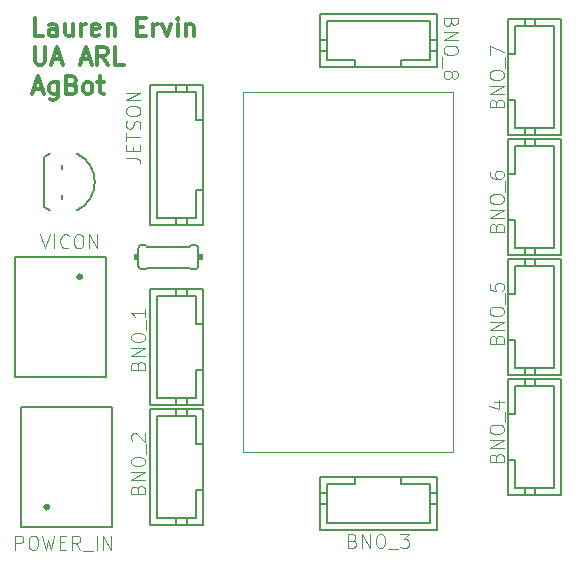
<source format=gbr>
%TF.GenerationSoftware,KiCad,Pcbnew,8.0.7*%
%TF.CreationDate,2025-04-10T14:03:16-05:00*%
%TF.ProjectId,AgBot_V2,4167426f-745f-4563-922e-6b696361645f,rev?*%
%TF.SameCoordinates,Original*%
%TF.FileFunction,Legend,Top*%
%TF.FilePolarity,Positive*%
%FSLAX46Y46*%
G04 Gerber Fmt 4.6, Leading zero omitted, Abs format (unit mm)*
G04 Created by KiCad (PCBNEW 8.0.7) date 2025-04-10 14:03:16*
%MOMM*%
%LPD*%
G01*
G04 APERTURE LIST*
%ADD10C,0.300000*%
%ADD11C,0.093472*%
%ADD12C,0.100000*%
%ADD13C,0.000000*%
%ADD14C,0.152400*%
%ADD15C,0.127000*%
%ADD16C,0.400000*%
%ADD17C,0.200000*%
G04 APERTURE END LIST*
D10*
X126983082Y-88872257D02*
X127697368Y-88872257D01*
X126840225Y-89300828D02*
X127340225Y-87800828D01*
X127340225Y-87800828D02*
X127840225Y-89300828D01*
X128983082Y-88300828D02*
X128983082Y-89515114D01*
X128983082Y-89515114D02*
X128911653Y-89657971D01*
X128911653Y-89657971D02*
X128840224Y-89729400D01*
X128840224Y-89729400D02*
X128697367Y-89800828D01*
X128697367Y-89800828D02*
X128483082Y-89800828D01*
X128483082Y-89800828D02*
X128340224Y-89729400D01*
X128983082Y-89229400D02*
X128840224Y-89300828D01*
X128840224Y-89300828D02*
X128554510Y-89300828D01*
X128554510Y-89300828D02*
X128411653Y-89229400D01*
X128411653Y-89229400D02*
X128340224Y-89157971D01*
X128340224Y-89157971D02*
X128268796Y-89015114D01*
X128268796Y-89015114D02*
X128268796Y-88586542D01*
X128268796Y-88586542D02*
X128340224Y-88443685D01*
X128340224Y-88443685D02*
X128411653Y-88372257D01*
X128411653Y-88372257D02*
X128554510Y-88300828D01*
X128554510Y-88300828D02*
X128840224Y-88300828D01*
X128840224Y-88300828D02*
X128983082Y-88372257D01*
X130197367Y-88515114D02*
X130411653Y-88586542D01*
X130411653Y-88586542D02*
X130483082Y-88657971D01*
X130483082Y-88657971D02*
X130554510Y-88800828D01*
X130554510Y-88800828D02*
X130554510Y-89015114D01*
X130554510Y-89015114D02*
X130483082Y-89157971D01*
X130483082Y-89157971D02*
X130411653Y-89229400D01*
X130411653Y-89229400D02*
X130268796Y-89300828D01*
X130268796Y-89300828D02*
X129697367Y-89300828D01*
X129697367Y-89300828D02*
X129697367Y-87800828D01*
X129697367Y-87800828D02*
X130197367Y-87800828D01*
X130197367Y-87800828D02*
X130340225Y-87872257D01*
X130340225Y-87872257D02*
X130411653Y-87943685D01*
X130411653Y-87943685D02*
X130483082Y-88086542D01*
X130483082Y-88086542D02*
X130483082Y-88229400D01*
X130483082Y-88229400D02*
X130411653Y-88372257D01*
X130411653Y-88372257D02*
X130340225Y-88443685D01*
X130340225Y-88443685D02*
X130197367Y-88515114D01*
X130197367Y-88515114D02*
X129697367Y-88515114D01*
X131411653Y-89300828D02*
X131268796Y-89229400D01*
X131268796Y-89229400D02*
X131197367Y-89157971D01*
X131197367Y-89157971D02*
X131125939Y-89015114D01*
X131125939Y-89015114D02*
X131125939Y-88586542D01*
X131125939Y-88586542D02*
X131197367Y-88443685D01*
X131197367Y-88443685D02*
X131268796Y-88372257D01*
X131268796Y-88372257D02*
X131411653Y-88300828D01*
X131411653Y-88300828D02*
X131625939Y-88300828D01*
X131625939Y-88300828D02*
X131768796Y-88372257D01*
X131768796Y-88372257D02*
X131840225Y-88443685D01*
X131840225Y-88443685D02*
X131911653Y-88586542D01*
X131911653Y-88586542D02*
X131911653Y-89015114D01*
X131911653Y-89015114D02*
X131840225Y-89157971D01*
X131840225Y-89157971D02*
X131768796Y-89229400D01*
X131768796Y-89229400D02*
X131625939Y-89300828D01*
X131625939Y-89300828D02*
X131411653Y-89300828D01*
X132340225Y-88300828D02*
X132911653Y-88300828D01*
X132554510Y-87800828D02*
X132554510Y-89086542D01*
X132554510Y-89086542D02*
X132625939Y-89229400D01*
X132625939Y-89229400D02*
X132768796Y-89300828D01*
X132768796Y-89300828D02*
X132911653Y-89300828D01*
X127768796Y-84385912D02*
X127054510Y-84385912D01*
X127054510Y-84385912D02*
X127054510Y-82885912D01*
X128911654Y-84385912D02*
X128911654Y-83600198D01*
X128911654Y-83600198D02*
X128840225Y-83457341D01*
X128840225Y-83457341D02*
X128697368Y-83385912D01*
X128697368Y-83385912D02*
X128411654Y-83385912D01*
X128411654Y-83385912D02*
X128268796Y-83457341D01*
X128911654Y-84314484D02*
X128768796Y-84385912D01*
X128768796Y-84385912D02*
X128411654Y-84385912D01*
X128411654Y-84385912D02*
X128268796Y-84314484D01*
X128268796Y-84314484D02*
X128197368Y-84171626D01*
X128197368Y-84171626D02*
X128197368Y-84028769D01*
X128197368Y-84028769D02*
X128268796Y-83885912D01*
X128268796Y-83885912D02*
X128411654Y-83814484D01*
X128411654Y-83814484D02*
X128768796Y-83814484D01*
X128768796Y-83814484D02*
X128911654Y-83743055D01*
X130268797Y-83385912D02*
X130268797Y-84385912D01*
X129625939Y-83385912D02*
X129625939Y-84171626D01*
X129625939Y-84171626D02*
X129697368Y-84314484D01*
X129697368Y-84314484D02*
X129840225Y-84385912D01*
X129840225Y-84385912D02*
X130054511Y-84385912D01*
X130054511Y-84385912D02*
X130197368Y-84314484D01*
X130197368Y-84314484D02*
X130268797Y-84243055D01*
X130983082Y-84385912D02*
X130983082Y-83385912D01*
X130983082Y-83671626D02*
X131054511Y-83528769D01*
X131054511Y-83528769D02*
X131125940Y-83457341D01*
X131125940Y-83457341D02*
X131268797Y-83385912D01*
X131268797Y-83385912D02*
X131411654Y-83385912D01*
X132483082Y-84314484D02*
X132340225Y-84385912D01*
X132340225Y-84385912D02*
X132054511Y-84385912D01*
X132054511Y-84385912D02*
X131911653Y-84314484D01*
X131911653Y-84314484D02*
X131840225Y-84171626D01*
X131840225Y-84171626D02*
X131840225Y-83600198D01*
X131840225Y-83600198D02*
X131911653Y-83457341D01*
X131911653Y-83457341D02*
X132054511Y-83385912D01*
X132054511Y-83385912D02*
X132340225Y-83385912D01*
X132340225Y-83385912D02*
X132483082Y-83457341D01*
X132483082Y-83457341D02*
X132554511Y-83600198D01*
X132554511Y-83600198D02*
X132554511Y-83743055D01*
X132554511Y-83743055D02*
X131840225Y-83885912D01*
X133197367Y-83385912D02*
X133197367Y-84385912D01*
X133197367Y-83528769D02*
X133268796Y-83457341D01*
X133268796Y-83457341D02*
X133411653Y-83385912D01*
X133411653Y-83385912D02*
X133625939Y-83385912D01*
X133625939Y-83385912D02*
X133768796Y-83457341D01*
X133768796Y-83457341D02*
X133840225Y-83600198D01*
X133840225Y-83600198D02*
X133840225Y-84385912D01*
X135697367Y-83600198D02*
X136197367Y-83600198D01*
X136411653Y-84385912D02*
X135697367Y-84385912D01*
X135697367Y-84385912D02*
X135697367Y-82885912D01*
X135697367Y-82885912D02*
X136411653Y-82885912D01*
X137054510Y-84385912D02*
X137054510Y-83385912D01*
X137054510Y-83671626D02*
X137125939Y-83528769D01*
X137125939Y-83528769D02*
X137197368Y-83457341D01*
X137197368Y-83457341D02*
X137340225Y-83385912D01*
X137340225Y-83385912D02*
X137483082Y-83385912D01*
X137840224Y-83385912D02*
X138197367Y-84385912D01*
X138197367Y-84385912D02*
X138554510Y-83385912D01*
X139125938Y-84385912D02*
X139125938Y-83385912D01*
X139125938Y-82885912D02*
X139054510Y-82957341D01*
X139054510Y-82957341D02*
X139125938Y-83028769D01*
X139125938Y-83028769D02*
X139197367Y-82957341D01*
X139197367Y-82957341D02*
X139125938Y-82885912D01*
X139125938Y-82885912D02*
X139125938Y-83028769D01*
X139840224Y-83385912D02*
X139840224Y-84385912D01*
X139840224Y-83528769D02*
X139911653Y-83457341D01*
X139911653Y-83457341D02*
X140054510Y-83385912D01*
X140054510Y-83385912D02*
X140268796Y-83385912D01*
X140268796Y-83385912D02*
X140411653Y-83457341D01*
X140411653Y-83457341D02*
X140483082Y-83600198D01*
X140483082Y-83600198D02*
X140483082Y-84385912D01*
X127054510Y-85300828D02*
X127054510Y-86515114D01*
X127054510Y-86515114D02*
X127125939Y-86657971D01*
X127125939Y-86657971D02*
X127197368Y-86729400D01*
X127197368Y-86729400D02*
X127340225Y-86800828D01*
X127340225Y-86800828D02*
X127625939Y-86800828D01*
X127625939Y-86800828D02*
X127768796Y-86729400D01*
X127768796Y-86729400D02*
X127840225Y-86657971D01*
X127840225Y-86657971D02*
X127911653Y-86515114D01*
X127911653Y-86515114D02*
X127911653Y-85300828D01*
X128554511Y-86372257D02*
X129268797Y-86372257D01*
X128411654Y-86800828D02*
X128911654Y-85300828D01*
X128911654Y-85300828D02*
X129411654Y-86800828D01*
X130983082Y-86372257D02*
X131697368Y-86372257D01*
X130840225Y-86800828D02*
X131340225Y-85300828D01*
X131340225Y-85300828D02*
X131840225Y-86800828D01*
X133197367Y-86800828D02*
X132697367Y-86086542D01*
X132340224Y-86800828D02*
X132340224Y-85300828D01*
X132340224Y-85300828D02*
X132911653Y-85300828D01*
X132911653Y-85300828D02*
X133054510Y-85372257D01*
X133054510Y-85372257D02*
X133125939Y-85443685D01*
X133125939Y-85443685D02*
X133197367Y-85586542D01*
X133197367Y-85586542D02*
X133197367Y-85800828D01*
X133197367Y-85800828D02*
X133125939Y-85943685D01*
X133125939Y-85943685D02*
X133054510Y-86015114D01*
X133054510Y-86015114D02*
X132911653Y-86086542D01*
X132911653Y-86086542D02*
X132340224Y-86086542D01*
X134554510Y-86800828D02*
X133840224Y-86800828D01*
X133840224Y-86800828D02*
X133840224Y-85300828D01*
D11*
X135734878Y-112266204D02*
X135790903Y-112098128D01*
X135790903Y-112098128D02*
X135846928Y-112042103D01*
X135846928Y-112042103D02*
X135958979Y-111986078D01*
X135958979Y-111986078D02*
X136127054Y-111986078D01*
X136127054Y-111986078D02*
X136239104Y-112042103D01*
X136239104Y-112042103D02*
X136295130Y-112098128D01*
X136295130Y-112098128D02*
X136351155Y-112210179D01*
X136351155Y-112210179D02*
X136351155Y-112658380D01*
X136351155Y-112658380D02*
X135174627Y-112658380D01*
X135174627Y-112658380D02*
X135174627Y-112266204D01*
X135174627Y-112266204D02*
X135230652Y-112154154D01*
X135230652Y-112154154D02*
X135286677Y-112098128D01*
X135286677Y-112098128D02*
X135398727Y-112042103D01*
X135398727Y-112042103D02*
X135510778Y-112042103D01*
X135510778Y-112042103D02*
X135622828Y-112098128D01*
X135622828Y-112098128D02*
X135678853Y-112154154D01*
X135678853Y-112154154D02*
X135734878Y-112266204D01*
X135734878Y-112266204D02*
X135734878Y-112658380D01*
X136351155Y-111481852D02*
X135174627Y-111481852D01*
X135174627Y-111481852D02*
X136351155Y-110809550D01*
X136351155Y-110809550D02*
X135174627Y-110809550D01*
X135174627Y-110025198D02*
X135174627Y-109801098D01*
X135174627Y-109801098D02*
X135230652Y-109689047D01*
X135230652Y-109689047D02*
X135342702Y-109576997D01*
X135342702Y-109576997D02*
X135566803Y-109520972D01*
X135566803Y-109520972D02*
X135958979Y-109520972D01*
X135958979Y-109520972D02*
X136183079Y-109576997D01*
X136183079Y-109576997D02*
X136295130Y-109689047D01*
X136295130Y-109689047D02*
X136351155Y-109801098D01*
X136351155Y-109801098D02*
X136351155Y-110025198D01*
X136351155Y-110025198D02*
X136295130Y-110137249D01*
X136295130Y-110137249D02*
X136183079Y-110249299D01*
X136183079Y-110249299D02*
X135958979Y-110305324D01*
X135958979Y-110305324D02*
X135566803Y-110305324D01*
X135566803Y-110305324D02*
X135342702Y-110249299D01*
X135342702Y-110249299D02*
X135230652Y-110137249D01*
X135230652Y-110137249D02*
X135174627Y-110025198D01*
X136463205Y-109296872D02*
X136463205Y-108400469D01*
X136351155Y-107504067D02*
X136351155Y-108176369D01*
X136351155Y-107840218D02*
X135174627Y-107840218D01*
X135174627Y-107840218D02*
X135342702Y-107952268D01*
X135342702Y-107952268D02*
X135454752Y-108064319D01*
X135454752Y-108064319D02*
X135510778Y-108176369D01*
X135734878Y-122766204D02*
X135790903Y-122598128D01*
X135790903Y-122598128D02*
X135846928Y-122542103D01*
X135846928Y-122542103D02*
X135958979Y-122486078D01*
X135958979Y-122486078D02*
X136127054Y-122486078D01*
X136127054Y-122486078D02*
X136239104Y-122542103D01*
X136239104Y-122542103D02*
X136295130Y-122598128D01*
X136295130Y-122598128D02*
X136351155Y-122710179D01*
X136351155Y-122710179D02*
X136351155Y-123158380D01*
X136351155Y-123158380D02*
X135174627Y-123158380D01*
X135174627Y-123158380D02*
X135174627Y-122766204D01*
X135174627Y-122766204D02*
X135230652Y-122654154D01*
X135230652Y-122654154D02*
X135286677Y-122598128D01*
X135286677Y-122598128D02*
X135398727Y-122542103D01*
X135398727Y-122542103D02*
X135510778Y-122542103D01*
X135510778Y-122542103D02*
X135622828Y-122598128D01*
X135622828Y-122598128D02*
X135678853Y-122654154D01*
X135678853Y-122654154D02*
X135734878Y-122766204D01*
X135734878Y-122766204D02*
X135734878Y-123158380D01*
X136351155Y-121981852D02*
X135174627Y-121981852D01*
X135174627Y-121981852D02*
X136351155Y-121309550D01*
X136351155Y-121309550D02*
X135174627Y-121309550D01*
X135174627Y-120525198D02*
X135174627Y-120301098D01*
X135174627Y-120301098D02*
X135230652Y-120189047D01*
X135230652Y-120189047D02*
X135342702Y-120076997D01*
X135342702Y-120076997D02*
X135566803Y-120020972D01*
X135566803Y-120020972D02*
X135958979Y-120020972D01*
X135958979Y-120020972D02*
X136183079Y-120076997D01*
X136183079Y-120076997D02*
X136295130Y-120189047D01*
X136295130Y-120189047D02*
X136351155Y-120301098D01*
X136351155Y-120301098D02*
X136351155Y-120525198D01*
X136351155Y-120525198D02*
X136295130Y-120637249D01*
X136295130Y-120637249D02*
X136183079Y-120749299D01*
X136183079Y-120749299D02*
X135958979Y-120805324D01*
X135958979Y-120805324D02*
X135566803Y-120805324D01*
X135566803Y-120805324D02*
X135342702Y-120749299D01*
X135342702Y-120749299D02*
X135230652Y-120637249D01*
X135230652Y-120637249D02*
X135174627Y-120525198D01*
X136463205Y-119796872D02*
X136463205Y-118900469D01*
X135286677Y-118676369D02*
X135230652Y-118620344D01*
X135230652Y-118620344D02*
X135174627Y-118508294D01*
X135174627Y-118508294D02*
X135174627Y-118228168D01*
X135174627Y-118228168D02*
X135230652Y-118116118D01*
X135230652Y-118116118D02*
X135286677Y-118060092D01*
X135286677Y-118060092D02*
X135398727Y-118004067D01*
X135398727Y-118004067D02*
X135510778Y-118004067D01*
X135510778Y-118004067D02*
X135678853Y-118060092D01*
X135678853Y-118060092D02*
X136351155Y-118732394D01*
X136351155Y-118732394D02*
X136351155Y-118004067D01*
X153952268Y-127111415D02*
X154120344Y-127167440D01*
X154120344Y-127167440D02*
X154176369Y-127223465D01*
X154176369Y-127223465D02*
X154232394Y-127335516D01*
X154232394Y-127335516D02*
X154232394Y-127503591D01*
X154232394Y-127503591D02*
X154176369Y-127615641D01*
X154176369Y-127615641D02*
X154120344Y-127671667D01*
X154120344Y-127671667D02*
X154008293Y-127727692D01*
X154008293Y-127727692D02*
X153560092Y-127727692D01*
X153560092Y-127727692D02*
X153560092Y-126551164D01*
X153560092Y-126551164D02*
X153952268Y-126551164D01*
X153952268Y-126551164D02*
X154064319Y-126607189D01*
X154064319Y-126607189D02*
X154120344Y-126663214D01*
X154120344Y-126663214D02*
X154176369Y-126775264D01*
X154176369Y-126775264D02*
X154176369Y-126887315D01*
X154176369Y-126887315D02*
X154120344Y-126999365D01*
X154120344Y-126999365D02*
X154064319Y-127055390D01*
X154064319Y-127055390D02*
X153952268Y-127111415D01*
X153952268Y-127111415D02*
X153560092Y-127111415D01*
X154736620Y-127727692D02*
X154736620Y-126551164D01*
X154736620Y-126551164D02*
X155408922Y-127727692D01*
X155408922Y-127727692D02*
X155408922Y-126551164D01*
X156193274Y-126551164D02*
X156417374Y-126551164D01*
X156417374Y-126551164D02*
X156529425Y-126607189D01*
X156529425Y-126607189D02*
X156641475Y-126719239D01*
X156641475Y-126719239D02*
X156697500Y-126943340D01*
X156697500Y-126943340D02*
X156697500Y-127335516D01*
X156697500Y-127335516D02*
X156641475Y-127559616D01*
X156641475Y-127559616D02*
X156529425Y-127671667D01*
X156529425Y-127671667D02*
X156417374Y-127727692D01*
X156417374Y-127727692D02*
X156193274Y-127727692D01*
X156193274Y-127727692D02*
X156081224Y-127671667D01*
X156081224Y-127671667D02*
X155969173Y-127559616D01*
X155969173Y-127559616D02*
X155913148Y-127335516D01*
X155913148Y-127335516D02*
X155913148Y-126943340D01*
X155913148Y-126943340D02*
X155969173Y-126719239D01*
X155969173Y-126719239D02*
X156081224Y-126607189D01*
X156081224Y-126607189D02*
X156193274Y-126551164D01*
X156921601Y-127839742D02*
X157818003Y-127839742D01*
X157986078Y-126551164D02*
X158714405Y-126551164D01*
X158714405Y-126551164D02*
X158322229Y-126999365D01*
X158322229Y-126999365D02*
X158490304Y-126999365D01*
X158490304Y-126999365D02*
X158602355Y-127055390D01*
X158602355Y-127055390D02*
X158658380Y-127111415D01*
X158658380Y-127111415D02*
X158714405Y-127223465D01*
X158714405Y-127223465D02*
X158714405Y-127503591D01*
X158714405Y-127503591D02*
X158658380Y-127615641D01*
X158658380Y-127615641D02*
X158602355Y-127671667D01*
X158602355Y-127671667D02*
X158490304Y-127727692D01*
X158490304Y-127727692D02*
X158154153Y-127727692D01*
X158154153Y-127727692D02*
X158042103Y-127671667D01*
X158042103Y-127671667D02*
X157986078Y-127615641D01*
X166111415Y-120047731D02*
X166167440Y-119879655D01*
X166167440Y-119879655D02*
X166223465Y-119823630D01*
X166223465Y-119823630D02*
X166335516Y-119767605D01*
X166335516Y-119767605D02*
X166503591Y-119767605D01*
X166503591Y-119767605D02*
X166615641Y-119823630D01*
X166615641Y-119823630D02*
X166671667Y-119879655D01*
X166671667Y-119879655D02*
X166727692Y-119991706D01*
X166727692Y-119991706D02*
X166727692Y-120439907D01*
X166727692Y-120439907D02*
X165551164Y-120439907D01*
X165551164Y-120439907D02*
X165551164Y-120047731D01*
X165551164Y-120047731D02*
X165607189Y-119935681D01*
X165607189Y-119935681D02*
X165663214Y-119879655D01*
X165663214Y-119879655D02*
X165775264Y-119823630D01*
X165775264Y-119823630D02*
X165887315Y-119823630D01*
X165887315Y-119823630D02*
X165999365Y-119879655D01*
X165999365Y-119879655D02*
X166055390Y-119935681D01*
X166055390Y-119935681D02*
X166111415Y-120047731D01*
X166111415Y-120047731D02*
X166111415Y-120439907D01*
X166727692Y-119263379D02*
X165551164Y-119263379D01*
X165551164Y-119263379D02*
X166727692Y-118591077D01*
X166727692Y-118591077D02*
X165551164Y-118591077D01*
X165551164Y-117806725D02*
X165551164Y-117582625D01*
X165551164Y-117582625D02*
X165607189Y-117470574D01*
X165607189Y-117470574D02*
X165719239Y-117358524D01*
X165719239Y-117358524D02*
X165943340Y-117302499D01*
X165943340Y-117302499D02*
X166335516Y-117302499D01*
X166335516Y-117302499D02*
X166559616Y-117358524D01*
X166559616Y-117358524D02*
X166671667Y-117470574D01*
X166671667Y-117470574D02*
X166727692Y-117582625D01*
X166727692Y-117582625D02*
X166727692Y-117806725D01*
X166727692Y-117806725D02*
X166671667Y-117918776D01*
X166671667Y-117918776D02*
X166559616Y-118030826D01*
X166559616Y-118030826D02*
X166335516Y-118086851D01*
X166335516Y-118086851D02*
X165943340Y-118086851D01*
X165943340Y-118086851D02*
X165719239Y-118030826D01*
X165719239Y-118030826D02*
X165607189Y-117918776D01*
X165607189Y-117918776D02*
X165551164Y-117806725D01*
X166839742Y-117078399D02*
X166839742Y-116181996D01*
X165943340Y-115397645D02*
X166727692Y-115397645D01*
X165495139Y-115677770D02*
X166335516Y-115957896D01*
X166335516Y-115957896D02*
X166335516Y-115229569D01*
X166111415Y-110047731D02*
X166167440Y-109879655D01*
X166167440Y-109879655D02*
X166223465Y-109823630D01*
X166223465Y-109823630D02*
X166335516Y-109767605D01*
X166335516Y-109767605D02*
X166503591Y-109767605D01*
X166503591Y-109767605D02*
X166615641Y-109823630D01*
X166615641Y-109823630D02*
X166671667Y-109879655D01*
X166671667Y-109879655D02*
X166727692Y-109991706D01*
X166727692Y-109991706D02*
X166727692Y-110439907D01*
X166727692Y-110439907D02*
X165551164Y-110439907D01*
X165551164Y-110439907D02*
X165551164Y-110047731D01*
X165551164Y-110047731D02*
X165607189Y-109935681D01*
X165607189Y-109935681D02*
X165663214Y-109879655D01*
X165663214Y-109879655D02*
X165775264Y-109823630D01*
X165775264Y-109823630D02*
X165887315Y-109823630D01*
X165887315Y-109823630D02*
X165999365Y-109879655D01*
X165999365Y-109879655D02*
X166055390Y-109935681D01*
X166055390Y-109935681D02*
X166111415Y-110047731D01*
X166111415Y-110047731D02*
X166111415Y-110439907D01*
X166727692Y-109263379D02*
X165551164Y-109263379D01*
X165551164Y-109263379D02*
X166727692Y-108591077D01*
X166727692Y-108591077D02*
X165551164Y-108591077D01*
X165551164Y-107806725D02*
X165551164Y-107582625D01*
X165551164Y-107582625D02*
X165607189Y-107470574D01*
X165607189Y-107470574D02*
X165719239Y-107358524D01*
X165719239Y-107358524D02*
X165943340Y-107302499D01*
X165943340Y-107302499D02*
X166335516Y-107302499D01*
X166335516Y-107302499D02*
X166559616Y-107358524D01*
X166559616Y-107358524D02*
X166671667Y-107470574D01*
X166671667Y-107470574D02*
X166727692Y-107582625D01*
X166727692Y-107582625D02*
X166727692Y-107806725D01*
X166727692Y-107806725D02*
X166671667Y-107918776D01*
X166671667Y-107918776D02*
X166559616Y-108030826D01*
X166559616Y-108030826D02*
X166335516Y-108086851D01*
X166335516Y-108086851D02*
X165943340Y-108086851D01*
X165943340Y-108086851D02*
X165719239Y-108030826D01*
X165719239Y-108030826D02*
X165607189Y-107918776D01*
X165607189Y-107918776D02*
X165551164Y-107806725D01*
X166839742Y-107078399D02*
X166839742Y-106181996D01*
X165551164Y-105341619D02*
X165551164Y-105901871D01*
X165551164Y-105901871D02*
X166111415Y-105957896D01*
X166111415Y-105957896D02*
X166055390Y-105901871D01*
X166055390Y-105901871D02*
X165999365Y-105789821D01*
X165999365Y-105789821D02*
X165999365Y-105509695D01*
X165999365Y-105509695D02*
X166055390Y-105397645D01*
X166055390Y-105397645D02*
X166111415Y-105341619D01*
X166111415Y-105341619D02*
X166223465Y-105285594D01*
X166223465Y-105285594D02*
X166503591Y-105285594D01*
X166503591Y-105285594D02*
X166615641Y-105341619D01*
X166615641Y-105341619D02*
X166671667Y-105397645D01*
X166671667Y-105397645D02*
X166727692Y-105509695D01*
X166727692Y-105509695D02*
X166727692Y-105789821D01*
X166727692Y-105789821D02*
X166671667Y-105901871D01*
X166671667Y-105901871D02*
X166615641Y-105957896D01*
X166111415Y-100547731D02*
X166167440Y-100379655D01*
X166167440Y-100379655D02*
X166223465Y-100323630D01*
X166223465Y-100323630D02*
X166335516Y-100267605D01*
X166335516Y-100267605D02*
X166503591Y-100267605D01*
X166503591Y-100267605D02*
X166615641Y-100323630D01*
X166615641Y-100323630D02*
X166671667Y-100379655D01*
X166671667Y-100379655D02*
X166727692Y-100491706D01*
X166727692Y-100491706D02*
X166727692Y-100939907D01*
X166727692Y-100939907D02*
X165551164Y-100939907D01*
X165551164Y-100939907D02*
X165551164Y-100547731D01*
X165551164Y-100547731D02*
X165607189Y-100435681D01*
X165607189Y-100435681D02*
X165663214Y-100379655D01*
X165663214Y-100379655D02*
X165775264Y-100323630D01*
X165775264Y-100323630D02*
X165887315Y-100323630D01*
X165887315Y-100323630D02*
X165999365Y-100379655D01*
X165999365Y-100379655D02*
X166055390Y-100435681D01*
X166055390Y-100435681D02*
X166111415Y-100547731D01*
X166111415Y-100547731D02*
X166111415Y-100939907D01*
X166727692Y-99763379D02*
X165551164Y-99763379D01*
X165551164Y-99763379D02*
X166727692Y-99091077D01*
X166727692Y-99091077D02*
X165551164Y-99091077D01*
X165551164Y-98306725D02*
X165551164Y-98082625D01*
X165551164Y-98082625D02*
X165607189Y-97970574D01*
X165607189Y-97970574D02*
X165719239Y-97858524D01*
X165719239Y-97858524D02*
X165943340Y-97802499D01*
X165943340Y-97802499D02*
X166335516Y-97802499D01*
X166335516Y-97802499D02*
X166559616Y-97858524D01*
X166559616Y-97858524D02*
X166671667Y-97970574D01*
X166671667Y-97970574D02*
X166727692Y-98082625D01*
X166727692Y-98082625D02*
X166727692Y-98306725D01*
X166727692Y-98306725D02*
X166671667Y-98418776D01*
X166671667Y-98418776D02*
X166559616Y-98530826D01*
X166559616Y-98530826D02*
X166335516Y-98586851D01*
X166335516Y-98586851D02*
X165943340Y-98586851D01*
X165943340Y-98586851D02*
X165719239Y-98530826D01*
X165719239Y-98530826D02*
X165607189Y-98418776D01*
X165607189Y-98418776D02*
X165551164Y-98306725D01*
X166839742Y-97578399D02*
X166839742Y-96681996D01*
X165551164Y-95897645D02*
X165551164Y-96121745D01*
X165551164Y-96121745D02*
X165607189Y-96233795D01*
X165607189Y-96233795D02*
X165663214Y-96289821D01*
X165663214Y-96289821D02*
X165831289Y-96401871D01*
X165831289Y-96401871D02*
X166055390Y-96457896D01*
X166055390Y-96457896D02*
X166503591Y-96457896D01*
X166503591Y-96457896D02*
X166615641Y-96401871D01*
X166615641Y-96401871D02*
X166671667Y-96345846D01*
X166671667Y-96345846D02*
X166727692Y-96233795D01*
X166727692Y-96233795D02*
X166727692Y-96009695D01*
X166727692Y-96009695D02*
X166671667Y-95897645D01*
X166671667Y-95897645D02*
X166615641Y-95841619D01*
X166615641Y-95841619D02*
X166503591Y-95785594D01*
X166503591Y-95785594D02*
X166223465Y-95785594D01*
X166223465Y-95785594D02*
X166111415Y-95841619D01*
X166111415Y-95841619D02*
X166055390Y-95897645D01*
X166055390Y-95897645D02*
X165999365Y-96009695D01*
X165999365Y-96009695D02*
X165999365Y-96233795D01*
X165999365Y-96233795D02*
X166055390Y-96345846D01*
X166055390Y-96345846D02*
X166111415Y-96401871D01*
X166111415Y-96401871D02*
X166223465Y-96457896D01*
X166111415Y-90047731D02*
X166167440Y-89879655D01*
X166167440Y-89879655D02*
X166223465Y-89823630D01*
X166223465Y-89823630D02*
X166335516Y-89767605D01*
X166335516Y-89767605D02*
X166503591Y-89767605D01*
X166503591Y-89767605D02*
X166615641Y-89823630D01*
X166615641Y-89823630D02*
X166671667Y-89879655D01*
X166671667Y-89879655D02*
X166727692Y-89991706D01*
X166727692Y-89991706D02*
X166727692Y-90439907D01*
X166727692Y-90439907D02*
X165551164Y-90439907D01*
X165551164Y-90439907D02*
X165551164Y-90047731D01*
X165551164Y-90047731D02*
X165607189Y-89935681D01*
X165607189Y-89935681D02*
X165663214Y-89879655D01*
X165663214Y-89879655D02*
X165775264Y-89823630D01*
X165775264Y-89823630D02*
X165887315Y-89823630D01*
X165887315Y-89823630D02*
X165999365Y-89879655D01*
X165999365Y-89879655D02*
X166055390Y-89935681D01*
X166055390Y-89935681D02*
X166111415Y-90047731D01*
X166111415Y-90047731D02*
X166111415Y-90439907D01*
X166727692Y-89263379D02*
X165551164Y-89263379D01*
X165551164Y-89263379D02*
X166727692Y-88591077D01*
X166727692Y-88591077D02*
X165551164Y-88591077D01*
X165551164Y-87806725D02*
X165551164Y-87582625D01*
X165551164Y-87582625D02*
X165607189Y-87470574D01*
X165607189Y-87470574D02*
X165719239Y-87358524D01*
X165719239Y-87358524D02*
X165943340Y-87302499D01*
X165943340Y-87302499D02*
X166335516Y-87302499D01*
X166335516Y-87302499D02*
X166559616Y-87358524D01*
X166559616Y-87358524D02*
X166671667Y-87470574D01*
X166671667Y-87470574D02*
X166727692Y-87582625D01*
X166727692Y-87582625D02*
X166727692Y-87806725D01*
X166727692Y-87806725D02*
X166671667Y-87918776D01*
X166671667Y-87918776D02*
X166559616Y-88030826D01*
X166559616Y-88030826D02*
X166335516Y-88086851D01*
X166335516Y-88086851D02*
X165943340Y-88086851D01*
X165943340Y-88086851D02*
X165719239Y-88030826D01*
X165719239Y-88030826D02*
X165607189Y-87918776D01*
X165607189Y-87918776D02*
X165551164Y-87806725D01*
X166839742Y-87078399D02*
X166839742Y-86181996D01*
X165551164Y-86013921D02*
X165551164Y-85229569D01*
X165551164Y-85229569D02*
X166727692Y-85733795D01*
X162265121Y-83233795D02*
X162209096Y-83401871D01*
X162209096Y-83401871D02*
X162153071Y-83457896D01*
X162153071Y-83457896D02*
X162041020Y-83513921D01*
X162041020Y-83513921D02*
X161872945Y-83513921D01*
X161872945Y-83513921D02*
X161760895Y-83457896D01*
X161760895Y-83457896D02*
X161704870Y-83401871D01*
X161704870Y-83401871D02*
X161648844Y-83289820D01*
X161648844Y-83289820D02*
X161648844Y-82841619D01*
X161648844Y-82841619D02*
X162825372Y-82841619D01*
X162825372Y-82841619D02*
X162825372Y-83233795D01*
X162825372Y-83233795D02*
X162769347Y-83345846D01*
X162769347Y-83345846D02*
X162713322Y-83401871D01*
X162713322Y-83401871D02*
X162601272Y-83457896D01*
X162601272Y-83457896D02*
X162489222Y-83457896D01*
X162489222Y-83457896D02*
X162377171Y-83401871D01*
X162377171Y-83401871D02*
X162321146Y-83345846D01*
X162321146Y-83345846D02*
X162265121Y-83233795D01*
X162265121Y-83233795D02*
X162265121Y-82841619D01*
X161648844Y-84018147D02*
X162825372Y-84018147D01*
X162825372Y-84018147D02*
X161648844Y-84690449D01*
X161648844Y-84690449D02*
X162825372Y-84690449D01*
X162825372Y-85474801D02*
X162825372Y-85698901D01*
X162825372Y-85698901D02*
X162769347Y-85810952D01*
X162769347Y-85810952D02*
X162657297Y-85923002D01*
X162657297Y-85923002D02*
X162433196Y-85979027D01*
X162433196Y-85979027D02*
X162041020Y-85979027D01*
X162041020Y-85979027D02*
X161816920Y-85923002D01*
X161816920Y-85923002D02*
X161704870Y-85810952D01*
X161704870Y-85810952D02*
X161648844Y-85698901D01*
X161648844Y-85698901D02*
X161648844Y-85474801D01*
X161648844Y-85474801D02*
X161704870Y-85362751D01*
X161704870Y-85362751D02*
X161816920Y-85250700D01*
X161816920Y-85250700D02*
X162041020Y-85194675D01*
X162041020Y-85194675D02*
X162433196Y-85194675D01*
X162433196Y-85194675D02*
X162657297Y-85250700D01*
X162657297Y-85250700D02*
X162769347Y-85362751D01*
X162769347Y-85362751D02*
X162825372Y-85474801D01*
X161536794Y-86203128D02*
X161536794Y-87099530D01*
X162321146Y-87547731D02*
X162377171Y-87435680D01*
X162377171Y-87435680D02*
X162433196Y-87379655D01*
X162433196Y-87379655D02*
X162545247Y-87323630D01*
X162545247Y-87323630D02*
X162601272Y-87323630D01*
X162601272Y-87323630D02*
X162713322Y-87379655D01*
X162713322Y-87379655D02*
X162769347Y-87435680D01*
X162769347Y-87435680D02*
X162825372Y-87547731D01*
X162825372Y-87547731D02*
X162825372Y-87771831D01*
X162825372Y-87771831D02*
X162769347Y-87883882D01*
X162769347Y-87883882D02*
X162713322Y-87939907D01*
X162713322Y-87939907D02*
X162601272Y-87995932D01*
X162601272Y-87995932D02*
X162545247Y-87995932D01*
X162545247Y-87995932D02*
X162433196Y-87939907D01*
X162433196Y-87939907D02*
X162377171Y-87883882D01*
X162377171Y-87883882D02*
X162321146Y-87771831D01*
X162321146Y-87771831D02*
X162321146Y-87547731D01*
X162321146Y-87547731D02*
X162265121Y-87435680D01*
X162265121Y-87435680D02*
X162209096Y-87379655D01*
X162209096Y-87379655D02*
X162097046Y-87323630D01*
X162097046Y-87323630D02*
X161872945Y-87323630D01*
X161872945Y-87323630D02*
X161760895Y-87379655D01*
X161760895Y-87379655D02*
X161704870Y-87435680D01*
X161704870Y-87435680D02*
X161648844Y-87547731D01*
X161648844Y-87547731D02*
X161648844Y-87771831D01*
X161648844Y-87771831D02*
X161704870Y-87883882D01*
X161704870Y-87883882D02*
X161760895Y-87939907D01*
X161760895Y-87939907D02*
X161872945Y-87995932D01*
X161872945Y-87995932D02*
X162097046Y-87995932D01*
X162097046Y-87995932D02*
X162209096Y-87939907D01*
X162209096Y-87939907D02*
X162265121Y-87883882D01*
X162265121Y-87883882D02*
X162321146Y-87771831D01*
X134785627Y-94720829D02*
X135626004Y-94720829D01*
X135626004Y-94720829D02*
X135794079Y-94776854D01*
X135794079Y-94776854D02*
X135906130Y-94888904D01*
X135906130Y-94888904D02*
X135962155Y-95056980D01*
X135962155Y-95056980D02*
X135962155Y-95169030D01*
X135345878Y-94160578D02*
X135345878Y-93768402D01*
X135962155Y-93600326D02*
X135962155Y-94160578D01*
X135962155Y-94160578D02*
X134785627Y-94160578D01*
X134785627Y-94160578D02*
X134785627Y-93600326D01*
X134785627Y-93264175D02*
X134785627Y-92591874D01*
X135962155Y-92928024D02*
X134785627Y-92928024D01*
X135906130Y-92255723D02*
X135962155Y-92087648D01*
X135962155Y-92087648D02*
X135962155Y-91807522D01*
X135962155Y-91807522D02*
X135906130Y-91695472D01*
X135906130Y-91695472D02*
X135850104Y-91639446D01*
X135850104Y-91639446D02*
X135738054Y-91583421D01*
X135738054Y-91583421D02*
X135626004Y-91583421D01*
X135626004Y-91583421D02*
X135513954Y-91639446D01*
X135513954Y-91639446D02*
X135457928Y-91695472D01*
X135457928Y-91695472D02*
X135401903Y-91807522D01*
X135401903Y-91807522D02*
X135345878Y-92031622D01*
X135345878Y-92031622D02*
X135289853Y-92143673D01*
X135289853Y-92143673D02*
X135233828Y-92199698D01*
X135233828Y-92199698D02*
X135121778Y-92255723D01*
X135121778Y-92255723D02*
X135009727Y-92255723D01*
X135009727Y-92255723D02*
X134897677Y-92199698D01*
X134897677Y-92199698D02*
X134841652Y-92143673D01*
X134841652Y-92143673D02*
X134785627Y-92031622D01*
X134785627Y-92031622D02*
X134785627Y-91751497D01*
X134785627Y-91751497D02*
X134841652Y-91583421D01*
X134785627Y-90855094D02*
X134785627Y-90630994D01*
X134785627Y-90630994D02*
X134841652Y-90518943D01*
X134841652Y-90518943D02*
X134953702Y-90406893D01*
X134953702Y-90406893D02*
X135177803Y-90350868D01*
X135177803Y-90350868D02*
X135569979Y-90350868D01*
X135569979Y-90350868D02*
X135794079Y-90406893D01*
X135794079Y-90406893D02*
X135906130Y-90518943D01*
X135906130Y-90518943D02*
X135962155Y-90630994D01*
X135962155Y-90630994D02*
X135962155Y-90855094D01*
X135962155Y-90855094D02*
X135906130Y-90967145D01*
X135906130Y-90967145D02*
X135794079Y-91079195D01*
X135794079Y-91079195D02*
X135569979Y-91135220D01*
X135569979Y-91135220D02*
X135177803Y-91135220D01*
X135177803Y-91135220D02*
X134953702Y-91079195D01*
X134953702Y-91079195D02*
X134841652Y-90967145D01*
X134841652Y-90967145D02*
X134785627Y-90855094D01*
X135962155Y-89846642D02*
X134785627Y-89846642D01*
X134785627Y-89846642D02*
X135962155Y-89174340D01*
X135962155Y-89174340D02*
X134785627Y-89174340D01*
X125389277Y-127876292D02*
X125389277Y-126699764D01*
X125389277Y-126699764D02*
X125837478Y-126699764D01*
X125837478Y-126699764D02*
X125949529Y-126755789D01*
X125949529Y-126755789D02*
X126005554Y-126811814D01*
X126005554Y-126811814D02*
X126061579Y-126923864D01*
X126061579Y-126923864D02*
X126061579Y-127091940D01*
X126061579Y-127091940D02*
X126005554Y-127203990D01*
X126005554Y-127203990D02*
X125949529Y-127260015D01*
X125949529Y-127260015D02*
X125837478Y-127316040D01*
X125837478Y-127316040D02*
X125389277Y-127316040D01*
X126789906Y-126699764D02*
X127014006Y-126699764D01*
X127014006Y-126699764D02*
X127126057Y-126755789D01*
X127126057Y-126755789D02*
X127238107Y-126867839D01*
X127238107Y-126867839D02*
X127294132Y-127091940D01*
X127294132Y-127091940D02*
X127294132Y-127484116D01*
X127294132Y-127484116D02*
X127238107Y-127708216D01*
X127238107Y-127708216D02*
X127126057Y-127820267D01*
X127126057Y-127820267D02*
X127014006Y-127876292D01*
X127014006Y-127876292D02*
X126789906Y-127876292D01*
X126789906Y-127876292D02*
X126677856Y-127820267D01*
X126677856Y-127820267D02*
X126565805Y-127708216D01*
X126565805Y-127708216D02*
X126509780Y-127484116D01*
X126509780Y-127484116D02*
X126509780Y-127091940D01*
X126509780Y-127091940D02*
X126565805Y-126867839D01*
X126565805Y-126867839D02*
X126677856Y-126755789D01*
X126677856Y-126755789D02*
X126789906Y-126699764D01*
X127686308Y-126699764D02*
X127966434Y-127876292D01*
X127966434Y-127876292D02*
X128190534Y-127035915D01*
X128190534Y-127035915D02*
X128414635Y-127876292D01*
X128414635Y-127876292D02*
X128694761Y-126699764D01*
X129142961Y-127260015D02*
X129535137Y-127260015D01*
X129703213Y-127876292D02*
X129142961Y-127876292D01*
X129142961Y-127876292D02*
X129142961Y-126699764D01*
X129142961Y-126699764D02*
X129703213Y-126699764D01*
X130879741Y-127876292D02*
X130487565Y-127316040D01*
X130207439Y-127876292D02*
X130207439Y-126699764D01*
X130207439Y-126699764D02*
X130655640Y-126699764D01*
X130655640Y-126699764D02*
X130767691Y-126755789D01*
X130767691Y-126755789D02*
X130823716Y-126811814D01*
X130823716Y-126811814D02*
X130879741Y-126923864D01*
X130879741Y-126923864D02*
X130879741Y-127091940D01*
X130879741Y-127091940D02*
X130823716Y-127203990D01*
X130823716Y-127203990D02*
X130767691Y-127260015D01*
X130767691Y-127260015D02*
X130655640Y-127316040D01*
X130655640Y-127316040D02*
X130207439Y-127316040D01*
X131103842Y-127988342D02*
X132000244Y-127988342D01*
X132280369Y-127876292D02*
X132280369Y-126699764D01*
X132840620Y-127876292D02*
X132840620Y-126699764D01*
X132840620Y-126699764D02*
X133512922Y-127876292D01*
X133512922Y-127876292D02*
X133512922Y-126699764D01*
X127506881Y-101174627D02*
X127899057Y-102351155D01*
X127899057Y-102351155D02*
X128291233Y-101174627D01*
X128683409Y-102351155D02*
X128683409Y-101174627D01*
X129915962Y-102239104D02*
X129859937Y-102295130D01*
X129859937Y-102295130D02*
X129691861Y-102351155D01*
X129691861Y-102351155D02*
X129579811Y-102351155D01*
X129579811Y-102351155D02*
X129411736Y-102295130D01*
X129411736Y-102295130D02*
X129299685Y-102183079D01*
X129299685Y-102183079D02*
X129243660Y-102071029D01*
X129243660Y-102071029D02*
X129187635Y-101846928D01*
X129187635Y-101846928D02*
X129187635Y-101678853D01*
X129187635Y-101678853D02*
X129243660Y-101454752D01*
X129243660Y-101454752D02*
X129299685Y-101342702D01*
X129299685Y-101342702D02*
X129411736Y-101230652D01*
X129411736Y-101230652D02*
X129579811Y-101174627D01*
X129579811Y-101174627D02*
X129691861Y-101174627D01*
X129691861Y-101174627D02*
X129859937Y-101230652D01*
X129859937Y-101230652D02*
X129915962Y-101286677D01*
X130644289Y-101174627D02*
X130868389Y-101174627D01*
X130868389Y-101174627D02*
X130980440Y-101230652D01*
X130980440Y-101230652D02*
X131092490Y-101342702D01*
X131092490Y-101342702D02*
X131148515Y-101566803D01*
X131148515Y-101566803D02*
X131148515Y-101958979D01*
X131148515Y-101958979D02*
X131092490Y-102183079D01*
X131092490Y-102183079D02*
X130980440Y-102295130D01*
X130980440Y-102295130D02*
X130868389Y-102351155D01*
X130868389Y-102351155D02*
X130644289Y-102351155D01*
X130644289Y-102351155D02*
X130532239Y-102295130D01*
X130532239Y-102295130D02*
X130420188Y-102183079D01*
X130420188Y-102183079D02*
X130364163Y-101958979D01*
X130364163Y-101958979D02*
X130364163Y-101566803D01*
X130364163Y-101566803D02*
X130420188Y-101342702D01*
X130420188Y-101342702D02*
X130532239Y-101230652D01*
X130532239Y-101230652D02*
X130644289Y-101174627D01*
X131652741Y-102351155D02*
X131652741Y-101174627D01*
X131652741Y-101174627D02*
X132325043Y-102351155D01*
X132325043Y-102351155D02*
X132325043Y-101174627D01*
D12*
%TO.C,TCA9548A_MUX0*%
X144691100Y-119608600D02*
X144691100Y-89128600D01*
X162471100Y-119608600D02*
X144691100Y-119608600D01*
X162471100Y-89128600D02*
X162471100Y-119608600D01*
X144691100Y-89128600D02*
X162471100Y-89128600D01*
D13*
%TO.C,R1*%
G36*
X141262100Y-103352600D02*
G01*
X140881100Y-103352600D01*
X140881100Y-102844600D01*
X141262100Y-102844600D01*
X141262100Y-103352600D01*
G37*
G36*
X135801100Y-103352600D02*
G01*
X135420100Y-103352600D01*
X135420100Y-102844600D01*
X135801100Y-102844600D01*
X135801100Y-103352600D01*
G37*
D14*
X135801100Y-102336600D02*
X135801100Y-103860600D01*
X136055100Y-102082600D02*
X136436100Y-102082600D01*
X136055100Y-104114600D02*
X136436100Y-104114600D01*
X136563100Y-102209600D02*
X140119100Y-102209600D01*
X136563100Y-102209600D02*
X136436100Y-102082600D01*
X136563100Y-103987600D02*
X140119100Y-103987600D01*
X136563100Y-103987600D02*
X136436100Y-104114600D01*
X140119100Y-102209600D02*
X140246100Y-102082600D01*
X140627100Y-102082600D02*
X140246100Y-102082600D01*
X140119100Y-103987600D02*
X140246100Y-104114600D01*
X140627100Y-104114600D02*
X140246100Y-104114600D01*
X140881100Y-102336600D02*
X140881100Y-103860600D01*
X136055100Y-104114600D02*
G75*
G02*
X135801100Y-103860600I0J254000D01*
G01*
X135801100Y-102336600D02*
G75*
G02*
X136055100Y-102082600I254000J0D01*
G01*
X140627100Y-102082600D02*
G75*
G02*
X140881100Y-102336600I0J-254000D01*
G01*
X140881100Y-103860600D02*
G75*
G02*
X140627100Y-104114600I-254000J0D01*
G01*
D15*
%TO.C,BNO_1*%
X140711100Y-108768600D02*
X140711100Y-106368600D01*
X140711100Y-108768600D02*
X141311100Y-108768600D01*
X140711100Y-112668600D02*
X141311100Y-112668600D01*
X139911100Y-106368600D02*
X139911100Y-105768600D01*
X139011100Y-106368600D02*
X139011100Y-105768600D01*
X139011100Y-115668600D02*
X139011100Y-115068600D01*
X139911100Y-115668600D02*
X139911100Y-115068600D01*
X139911100Y-106368600D02*
X140711100Y-106368600D01*
X139011100Y-106368600D02*
X139911100Y-106368600D01*
X137411100Y-106368600D02*
X139011100Y-106368600D01*
X140711100Y-115068600D02*
X140711100Y-112668600D01*
X139911100Y-115068600D02*
X140711100Y-115068600D01*
X139011100Y-115068600D02*
X139911100Y-115068600D01*
X137411100Y-115068600D02*
X139011100Y-115068600D01*
X137411100Y-115068600D02*
X137411100Y-106368600D01*
X139911100Y-115668600D02*
X141311100Y-115668600D01*
X139011100Y-115668600D02*
X139911100Y-115668600D01*
X136811100Y-115668600D02*
X139011100Y-115668600D01*
X139911100Y-105768600D02*
X141311100Y-105768600D01*
X139011100Y-105768600D02*
X139911100Y-105768600D01*
X136811100Y-105768600D02*
X139011100Y-105768600D01*
X136811100Y-115668600D02*
X136811100Y-105768600D01*
X141311100Y-108768600D02*
X141311100Y-105768600D01*
X141311100Y-112668600D02*
X141311100Y-108768600D01*
X141311100Y-115668600D02*
X141311100Y-112668600D01*
%TO.C,BNO_2*%
X140711100Y-118928600D02*
X140711100Y-116528600D01*
X140711100Y-118928600D02*
X141311100Y-118928600D01*
X140711100Y-122828600D02*
X141311100Y-122828600D01*
X139911100Y-116528600D02*
X139911100Y-115928600D01*
X139011100Y-116528600D02*
X139011100Y-115928600D01*
X139011100Y-125828600D02*
X139011100Y-125228600D01*
X139911100Y-125828600D02*
X139911100Y-125228600D01*
X139911100Y-116528600D02*
X140711100Y-116528600D01*
X139011100Y-116528600D02*
X139911100Y-116528600D01*
X137411100Y-116528600D02*
X139011100Y-116528600D01*
X140711100Y-125228600D02*
X140711100Y-122828600D01*
X139911100Y-125228600D02*
X140711100Y-125228600D01*
X139011100Y-125228600D02*
X139911100Y-125228600D01*
X137411100Y-125228600D02*
X139011100Y-125228600D01*
X137411100Y-125228600D02*
X137411100Y-116528600D01*
X139911100Y-125828600D02*
X141311100Y-125828600D01*
X139011100Y-125828600D02*
X139911100Y-125828600D01*
X136811100Y-125828600D02*
X139011100Y-125828600D01*
X139911100Y-115928600D02*
X141311100Y-115928600D01*
X139011100Y-115928600D02*
X139911100Y-115928600D01*
X136811100Y-115928600D02*
X139011100Y-115928600D01*
X136811100Y-125828600D02*
X136811100Y-115928600D01*
X141311100Y-118928600D02*
X141311100Y-115928600D01*
X141311100Y-122828600D02*
X141311100Y-118928600D01*
X141311100Y-125828600D02*
X141311100Y-122828600D01*
%TO.C,BNO_3*%
X154171100Y-122318600D02*
X151771100Y-122318600D01*
X154171100Y-122318600D02*
X154171100Y-121718600D01*
X158071100Y-122318600D02*
X158071100Y-121718600D01*
X151771100Y-123118600D02*
X151171100Y-123118600D01*
X151771100Y-124018600D02*
X151171100Y-124018600D01*
X161071100Y-124018600D02*
X160471100Y-124018600D01*
X161071100Y-123118600D02*
X160471100Y-123118600D01*
X151771100Y-123118600D02*
X151771100Y-122318600D01*
X151771100Y-124018600D02*
X151771100Y-123118600D01*
X151771100Y-125618600D02*
X151771100Y-124018600D01*
X160471100Y-122318600D02*
X158071100Y-122318600D01*
X160471100Y-123118600D02*
X160471100Y-122318600D01*
X160471100Y-124018600D02*
X160471100Y-123118600D01*
X160471100Y-125618600D02*
X160471100Y-124018600D01*
X160471100Y-125618600D02*
X151771100Y-125618600D01*
X161071100Y-123118600D02*
X161071100Y-121718600D01*
X161071100Y-124018600D02*
X161071100Y-123118600D01*
X161071100Y-126218600D02*
X161071100Y-124018600D01*
X151171100Y-123118600D02*
X151171100Y-121718600D01*
X151171100Y-124018600D02*
X151171100Y-123118600D01*
X151171100Y-126218600D02*
X151171100Y-124018600D01*
X161071100Y-126218600D02*
X151171100Y-126218600D01*
X154171100Y-121718600D02*
X151171100Y-121718600D01*
X158071100Y-121718600D02*
X154171100Y-121718600D01*
X161071100Y-121718600D02*
X158071100Y-121718600D01*
%TO.C,BNO_4*%
X167721100Y-120288600D02*
X167721100Y-122688600D01*
X167721100Y-120288600D02*
X167121100Y-120288600D01*
X167721100Y-116388600D02*
X167121100Y-116388600D01*
X168521100Y-122688600D02*
X168521100Y-123288600D01*
X169421100Y-122688600D02*
X169421100Y-123288600D01*
X169421100Y-113388600D02*
X169421100Y-113988600D01*
X168521100Y-113388600D02*
X168521100Y-113988600D01*
X168521100Y-122688600D02*
X167721100Y-122688600D01*
X169421100Y-122688600D02*
X168521100Y-122688600D01*
X171021100Y-122688600D02*
X169421100Y-122688600D01*
X167721100Y-113988600D02*
X167721100Y-116388600D01*
X168521100Y-113988600D02*
X167721100Y-113988600D01*
X169421100Y-113988600D02*
X168521100Y-113988600D01*
X171021100Y-113988600D02*
X169421100Y-113988600D01*
X171021100Y-113988600D02*
X171021100Y-122688600D01*
X168521100Y-113388600D02*
X167121100Y-113388600D01*
X169421100Y-113388600D02*
X168521100Y-113388600D01*
X171621100Y-113388600D02*
X169421100Y-113388600D01*
X168521100Y-123288600D02*
X167121100Y-123288600D01*
X169421100Y-123288600D02*
X168521100Y-123288600D01*
X171621100Y-123288600D02*
X169421100Y-123288600D01*
X171621100Y-113388600D02*
X171621100Y-123288600D01*
X167121100Y-120288600D02*
X167121100Y-123288600D01*
X167121100Y-116388600D02*
X167121100Y-120288600D01*
X167121100Y-113388600D02*
X167121100Y-116388600D01*
%TO.C,BNO_5*%
X167721100Y-110128600D02*
X167721100Y-112528600D01*
X167721100Y-110128600D02*
X167121100Y-110128600D01*
X167721100Y-106228600D02*
X167121100Y-106228600D01*
X168521100Y-112528600D02*
X168521100Y-113128600D01*
X169421100Y-112528600D02*
X169421100Y-113128600D01*
X169421100Y-103228600D02*
X169421100Y-103828600D01*
X168521100Y-103228600D02*
X168521100Y-103828600D01*
X168521100Y-112528600D02*
X167721100Y-112528600D01*
X169421100Y-112528600D02*
X168521100Y-112528600D01*
X171021100Y-112528600D02*
X169421100Y-112528600D01*
X167721100Y-103828600D02*
X167721100Y-106228600D01*
X168521100Y-103828600D02*
X167721100Y-103828600D01*
X169421100Y-103828600D02*
X168521100Y-103828600D01*
X171021100Y-103828600D02*
X169421100Y-103828600D01*
X171021100Y-103828600D02*
X171021100Y-112528600D01*
X168521100Y-103228600D02*
X167121100Y-103228600D01*
X169421100Y-103228600D02*
X168521100Y-103228600D01*
X171621100Y-103228600D02*
X169421100Y-103228600D01*
X168521100Y-113128600D02*
X167121100Y-113128600D01*
X169421100Y-113128600D02*
X168521100Y-113128600D01*
X171621100Y-113128600D02*
X169421100Y-113128600D01*
X171621100Y-103228600D02*
X171621100Y-113128600D01*
X167121100Y-110128600D02*
X167121100Y-113128600D01*
X167121100Y-106228600D02*
X167121100Y-110128600D01*
X167121100Y-103228600D02*
X167121100Y-106228600D01*
%TO.C,BNO_6*%
X167721100Y-99968600D02*
X167721100Y-102368600D01*
X167721100Y-99968600D02*
X167121100Y-99968600D01*
X167721100Y-96068600D02*
X167121100Y-96068600D01*
X168521100Y-102368600D02*
X168521100Y-102968600D01*
X169421100Y-102368600D02*
X169421100Y-102968600D01*
X169421100Y-93068600D02*
X169421100Y-93668600D01*
X168521100Y-93068600D02*
X168521100Y-93668600D01*
X168521100Y-102368600D02*
X167721100Y-102368600D01*
X169421100Y-102368600D02*
X168521100Y-102368600D01*
X171021100Y-102368600D02*
X169421100Y-102368600D01*
X167721100Y-93668600D02*
X167721100Y-96068600D01*
X168521100Y-93668600D02*
X167721100Y-93668600D01*
X169421100Y-93668600D02*
X168521100Y-93668600D01*
X171021100Y-93668600D02*
X169421100Y-93668600D01*
X171021100Y-93668600D02*
X171021100Y-102368600D01*
X168521100Y-93068600D02*
X167121100Y-93068600D01*
X169421100Y-93068600D02*
X168521100Y-93068600D01*
X171621100Y-93068600D02*
X169421100Y-93068600D01*
X168521100Y-102968600D02*
X167121100Y-102968600D01*
X169421100Y-102968600D02*
X168521100Y-102968600D01*
X171621100Y-102968600D02*
X169421100Y-102968600D01*
X171621100Y-93068600D02*
X171621100Y-102968600D01*
X167121100Y-99968600D02*
X167121100Y-102968600D01*
X167121100Y-96068600D02*
X167121100Y-99968600D01*
X167121100Y-93068600D02*
X167121100Y-96068600D01*
%TO.C,BNO_7*%
X167721100Y-89808600D02*
X167721100Y-92208600D01*
X167721100Y-89808600D02*
X167121100Y-89808600D01*
X167721100Y-85908600D02*
X167121100Y-85908600D01*
X168521100Y-92208600D02*
X168521100Y-92808600D01*
X169421100Y-92208600D02*
X169421100Y-92808600D01*
X169421100Y-82908600D02*
X169421100Y-83508600D01*
X168521100Y-82908600D02*
X168521100Y-83508600D01*
X168521100Y-92208600D02*
X167721100Y-92208600D01*
X169421100Y-92208600D02*
X168521100Y-92208600D01*
X171021100Y-92208600D02*
X169421100Y-92208600D01*
X167721100Y-83508600D02*
X167721100Y-85908600D01*
X168521100Y-83508600D02*
X167721100Y-83508600D01*
X169421100Y-83508600D02*
X168521100Y-83508600D01*
X171021100Y-83508600D02*
X169421100Y-83508600D01*
X171021100Y-83508600D02*
X171021100Y-92208600D01*
X168521100Y-82908600D02*
X167121100Y-82908600D01*
X169421100Y-82908600D02*
X168521100Y-82908600D01*
X171621100Y-82908600D02*
X169421100Y-82908600D01*
X168521100Y-92808600D02*
X167121100Y-92808600D01*
X169421100Y-92808600D02*
X168521100Y-92808600D01*
X171621100Y-92808600D02*
X169421100Y-92808600D01*
X171621100Y-82908600D02*
X171621100Y-92808600D01*
X167121100Y-89808600D02*
X167121100Y-92808600D01*
X167121100Y-85908600D02*
X167121100Y-89808600D01*
X167121100Y-82908600D02*
X167121100Y-85908600D01*
%TO.C,BNO_8*%
X158071100Y-86418600D02*
X160471100Y-86418600D01*
X158071100Y-86418600D02*
X158071100Y-87018600D01*
X154171100Y-86418600D02*
X154171100Y-87018600D01*
X160471100Y-85618600D02*
X161071100Y-85618600D01*
X160471100Y-84718600D02*
X161071100Y-84718600D01*
X151171100Y-84718600D02*
X151771100Y-84718600D01*
X151171100Y-85618600D02*
X151771100Y-85618600D01*
X160471100Y-85618600D02*
X160471100Y-86418600D01*
X160471100Y-84718600D02*
X160471100Y-85618600D01*
X160471100Y-83118600D02*
X160471100Y-84718600D01*
X151771100Y-86418600D02*
X154171100Y-86418600D01*
X151771100Y-85618600D02*
X151771100Y-86418600D01*
X151771100Y-84718600D02*
X151771100Y-85618600D01*
X151771100Y-83118600D02*
X151771100Y-84718600D01*
X151771100Y-83118600D02*
X160471100Y-83118600D01*
X151171100Y-85618600D02*
X151171100Y-87018600D01*
X151171100Y-84718600D02*
X151171100Y-85618600D01*
X151171100Y-82518600D02*
X151171100Y-84718600D01*
X161071100Y-85618600D02*
X161071100Y-87018600D01*
X161071100Y-84718600D02*
X161071100Y-85618600D01*
X161071100Y-82518600D02*
X161071100Y-84718600D01*
X151171100Y-82518600D02*
X161071100Y-82518600D01*
X158071100Y-87018600D02*
X161071100Y-87018600D01*
X154171100Y-87018600D02*
X158071100Y-87018600D01*
X151171100Y-87018600D02*
X154171100Y-87018600D01*
%TO.C,T1*%
X128339300Y-99173300D02*
G75*
G02*
X127800100Y-98843600I1111906J2424200D01*
G01*
X129324100Y-98152600D02*
X129324100Y-97884600D01*
X129324100Y-95612600D02*
X129324100Y-95344600D01*
X127800100Y-94653600D02*
G75*
G02*
X128315200Y-94335100I1651104J-2094501D01*
G01*
X130587000Y-94335600D02*
G75*
G02*
X130587000Y-99161600I-1135900J-2413000D01*
G01*
X127800100Y-94653600D02*
X127800100Y-98843600D01*
%TO.C,JETSON*%
X140711100Y-91528600D02*
X140711100Y-89128600D01*
X140711100Y-91528600D02*
X141311100Y-91528600D01*
X140711100Y-97428600D02*
X141311100Y-97428600D01*
X139911100Y-89128600D02*
X139911100Y-88528600D01*
X139011100Y-89128600D02*
X139011100Y-88528600D01*
X139011100Y-100428600D02*
X139011100Y-99828600D01*
X139911100Y-100428600D02*
X139911100Y-99828600D01*
X139911100Y-89128600D02*
X140711100Y-89128600D01*
X139011100Y-89128600D02*
X139911100Y-89128600D01*
X137411100Y-89128600D02*
X139011100Y-89128600D01*
X140711100Y-99828600D02*
X140711100Y-97428600D01*
X139911100Y-99828600D02*
X140711100Y-99828600D01*
X139011100Y-99828600D02*
X139911100Y-99828600D01*
X137411100Y-99828600D02*
X139011100Y-99828600D01*
X137411100Y-99828600D02*
X137411100Y-89128600D01*
X139911100Y-100428600D02*
X141311100Y-100428600D01*
X139011100Y-100428600D02*
X139911100Y-100428600D01*
X136811100Y-100428600D02*
X139011100Y-100428600D01*
X139911100Y-88528600D02*
X141311100Y-88528600D01*
X139011100Y-88528600D02*
X139911100Y-88528600D01*
X136811100Y-88528600D02*
X139011100Y-88528600D01*
X136811100Y-100428600D02*
X136811100Y-88528600D01*
X141311100Y-91528600D02*
X141311100Y-88528600D01*
X141311100Y-97428600D02*
X141311100Y-91528600D01*
X141311100Y-100428600D02*
X141311100Y-97428600D01*
D16*
%TO.C,POWER_IN*%
X128151100Y-124278600D02*
G75*
G02*
X127951100Y-124278600I-100000J0D01*
G01*
X127951100Y-124278600D02*
G75*
G02*
X128151100Y-124278600I100000J0D01*
G01*
D17*
X133551100Y-125978600D02*
X125851100Y-125978600D01*
X133551100Y-115778600D02*
X133551100Y-125978600D01*
X125851100Y-115778600D02*
X133551100Y-115778600D01*
X125851100Y-125978600D02*
X125851100Y-115778600D01*
D16*
%TO.C,VICON*%
X130951100Y-104778600D02*
G75*
G02*
X130751100Y-104778600I-100000J0D01*
G01*
X130751100Y-104778600D02*
G75*
G02*
X130951100Y-104778600I100000J0D01*
G01*
D17*
X125351100Y-103078600D02*
X133051100Y-103078600D01*
X125351100Y-113278600D02*
X125351100Y-103078600D01*
X133051100Y-113278600D02*
X125351100Y-113278600D01*
X133051100Y-103078600D02*
X133051100Y-113278600D01*
%TD*%
M02*

</source>
